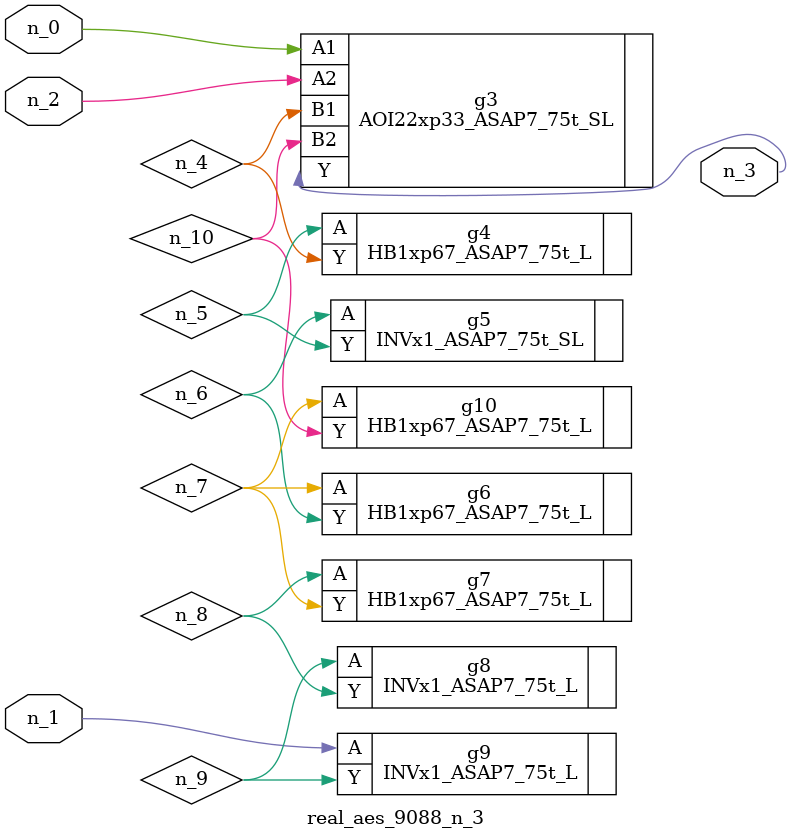
<source format=v>
module real_aes_9088_n_3 (n_0, n_2, n_1, n_3);
input n_0;
input n_2;
input n_1;
output n_3;
wire n_4;
wire n_5;
wire n_7;
wire n_8;
wire n_6;
wire n_9;
wire n_10;
AOI22xp33_ASAP7_75t_SL g3 ( .A1(n_0), .A2(n_2), .B1(n_4), .B2(n_10), .Y(n_3) );
INVx1_ASAP7_75t_L g9 ( .A(n_1), .Y(n_9) );
HB1xp67_ASAP7_75t_L g4 ( .A(n_5), .Y(n_4) );
INVx1_ASAP7_75t_SL g5 ( .A(n_6), .Y(n_5) );
HB1xp67_ASAP7_75t_L g6 ( .A(n_7), .Y(n_6) );
HB1xp67_ASAP7_75t_L g10 ( .A(n_7), .Y(n_10) );
HB1xp67_ASAP7_75t_L g7 ( .A(n_8), .Y(n_7) );
INVx1_ASAP7_75t_L g8 ( .A(n_9), .Y(n_8) );
endmodule
</source>
